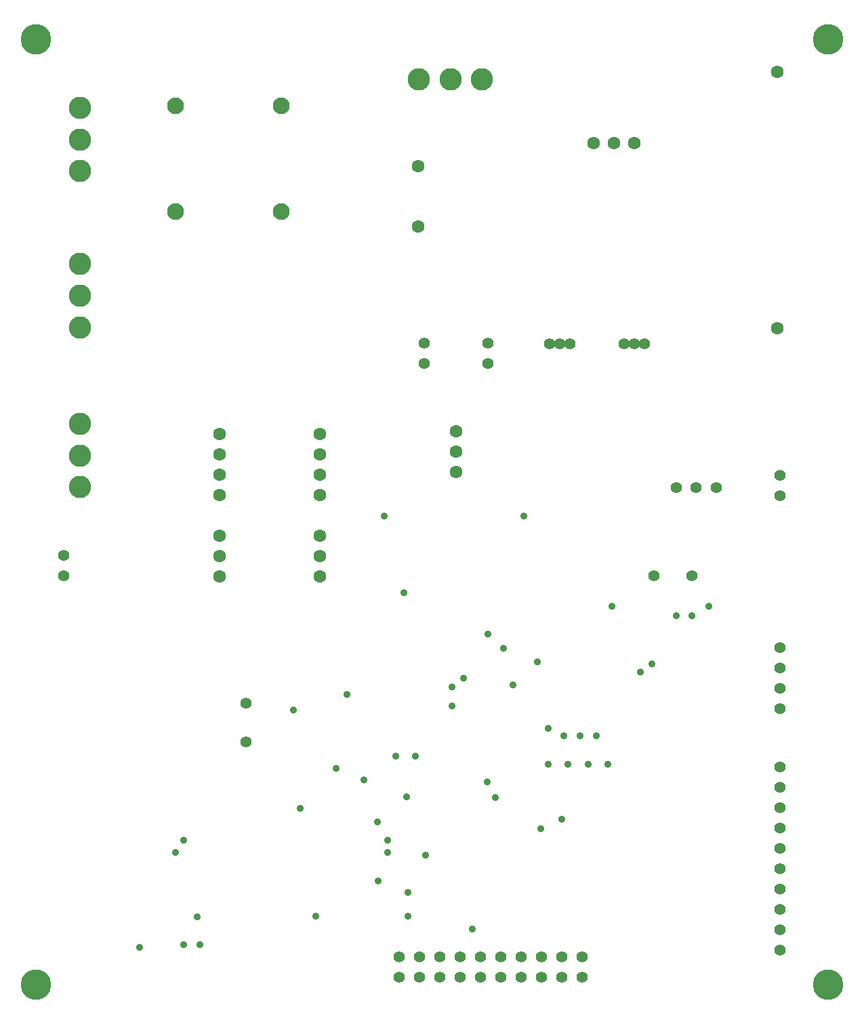
<source format=gbs>
G04*
G04 #@! TF.GenerationSoftware,Altium Limited,Altium Designer,24.4.1 (13)*
G04*
G04 Layer_Color=16711935*
%FSLAX44Y44*%
%MOMM*%
G71*
G04*
G04 #@! TF.SameCoordinates,7038094A-F867-4381-9EB3-738A195B408D*
G04*
G04*
G04 #@! TF.FilePolarity,Negative*
G04*
G01*
G75*
%ADD23C,1.4000*%
%ADD24C,2.8000*%
%ADD25C,1.6000*%
%ADD26C,2.1000*%
%ADD27C,0.9000*%
%ADD28C,3.8000*%
D23*
X1145000Y850000D02*
D03*
X1157700D02*
D03*
X1170400D02*
D03*
X1092400Y84000D02*
D03*
X1067000D02*
D03*
X1041600D02*
D03*
X1016200D02*
D03*
X990800D02*
D03*
X965400D02*
D03*
X940000D02*
D03*
X914600D02*
D03*
X889200D02*
D03*
X863800D02*
D03*
X1092400Y58600D02*
D03*
X1067000D02*
D03*
X1041600D02*
D03*
X1016200D02*
D03*
X990800D02*
D03*
X965400D02*
D03*
X940000D02*
D03*
X914600D02*
D03*
X889200D02*
D03*
X863800D02*
D03*
X1340000Y660000D02*
D03*
Y685400D02*
D03*
X1260000Y670000D02*
D03*
X1235000D02*
D03*
X1210000D02*
D03*
X1340000Y321600D02*
D03*
Y296200D02*
D03*
Y270800D02*
D03*
Y245400D02*
D03*
Y220000D02*
D03*
Y194600D02*
D03*
Y118400D02*
D03*
Y143800D02*
D03*
Y169200D02*
D03*
Y93000D02*
D03*
X673000Y353000D02*
D03*
Y401000D02*
D03*
X1182000Y560000D02*
D03*
X1230000D02*
D03*
X1340000Y394600D02*
D03*
Y420000D02*
D03*
Y470800D02*
D03*
Y445400D02*
D03*
X895000Y850400D02*
D03*
Y825000D02*
D03*
X975000Y850400D02*
D03*
Y825000D02*
D03*
X1077700Y850000D02*
D03*
X1065000D02*
D03*
X1052300D02*
D03*
X445000Y585400D02*
D03*
Y560000D02*
D03*
D24*
X967600Y1180000D02*
D03*
X928000D02*
D03*
X888400D02*
D03*
X465000Y1144600D02*
D03*
Y1105000D02*
D03*
Y1065400D02*
D03*
Y949600D02*
D03*
Y910000D02*
D03*
Y870400D02*
D03*
Y670800D02*
D03*
Y710400D02*
D03*
Y750000D02*
D03*
D25*
X1158000Y1100000D02*
D03*
X1132600D02*
D03*
X1107200D02*
D03*
X1336000Y1189000D02*
D03*
Y869000D02*
D03*
X888000Y996500D02*
D03*
Y1071500D02*
D03*
X935000Y689600D02*
D03*
Y715000D02*
D03*
Y740400D02*
D03*
X765000Y737000D02*
D03*
Y711600D02*
D03*
Y686200D02*
D03*
Y660800D02*
D03*
Y610000D02*
D03*
Y584600D02*
D03*
Y559200D02*
D03*
X640000Y737000D02*
D03*
Y711600D02*
D03*
Y686200D02*
D03*
Y660800D02*
D03*
Y610000D02*
D03*
Y584600D02*
D03*
Y559200D02*
D03*
D26*
X717000Y1015000D02*
D03*
Y1147000D02*
D03*
X585000Y1015000D02*
D03*
Y1147000D02*
D03*
D27*
Y215000D02*
D03*
X1110000Y360000D02*
D03*
X1125000Y325000D02*
D03*
X1090000Y360000D02*
D03*
X1070000D02*
D03*
X1075000Y325000D02*
D03*
X1050000Y370000D02*
D03*
X1100000Y325000D02*
D03*
X873000Y284000D02*
D03*
X884000Y335000D02*
D03*
X860000D02*
D03*
X785000Y320000D02*
D03*
X820000Y305000D02*
D03*
X845000Y635000D02*
D03*
X1020000D02*
D03*
X595000Y230000D02*
D03*
X850000D02*
D03*
X849991Y214991D02*
D03*
X837000Y253000D02*
D03*
X838000Y179000D02*
D03*
X740000Y270000D02*
D03*
X615000Y100000D02*
D03*
X595000D02*
D03*
X875000Y135000D02*
D03*
Y165000D02*
D03*
X799000Y412000D02*
D03*
X870000Y539000D02*
D03*
X975000Y487000D02*
D03*
X994000Y470000D02*
D03*
X930000Y421000D02*
D03*
Y398000D02*
D03*
X944000Y432000D02*
D03*
X955000Y119000D02*
D03*
X974000Y303000D02*
D03*
X984000Y283000D02*
D03*
X1006000Y424000D02*
D03*
X1041000Y244000D02*
D03*
X1067000Y256000D02*
D03*
X1036750Y452500D02*
D03*
X897000Y211000D02*
D03*
X540000Y96000D02*
D03*
X732000Y392375D02*
D03*
X1180000Y450000D02*
D03*
X1165000Y440000D02*
D03*
X1050000Y325000D02*
D03*
X1230000Y510000D02*
D03*
X1210000D02*
D03*
X1250800Y521800D02*
D03*
X1130000Y522000D02*
D03*
X760000Y135000D02*
D03*
X612000Y134000D02*
D03*
D28*
X410000Y1230000D02*
D03*
X1400000D02*
D03*
X410000Y50000D02*
D03*
X1400000D02*
D03*
M02*

</source>
